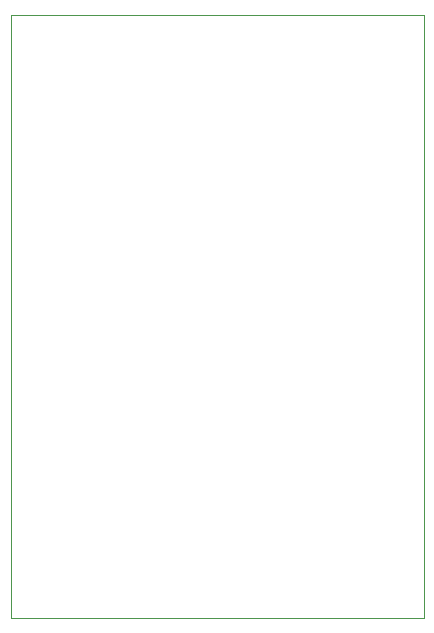
<source format=gm1>
G04 #@! TF.GenerationSoftware,KiCad,Pcbnew,8.0.4*
G04 #@! TF.CreationDate,2024-10-22T19:27:37-07:00*
G04 #@! TF.ProjectId,Valve,56616c76-652e-46b6-9963-61645f706362,rev?*
G04 #@! TF.SameCoordinates,Original*
G04 #@! TF.FileFunction,Profile,NP*
%FSLAX46Y46*%
G04 Gerber Fmt 4.6, Leading zero omitted, Abs format (unit mm)*
G04 Created by KiCad (PCBNEW 8.0.4) date 2024-10-22 19:27:37*
%MOMM*%
%LPD*%
G01*
G04 APERTURE LIST*
G04 #@! TA.AperFunction,Profile*
%ADD10C,0.038100*%
G04 #@! TD*
G04 APERTURE END LIST*
D10*
X126000000Y-75000000D02*
X161000000Y-75000000D01*
X126000000Y-126000000D02*
X126000000Y-75000000D01*
X161000000Y-126000000D02*
X126000000Y-126000000D01*
X161000000Y-75000000D02*
X161000000Y-126000000D01*
M02*

</source>
